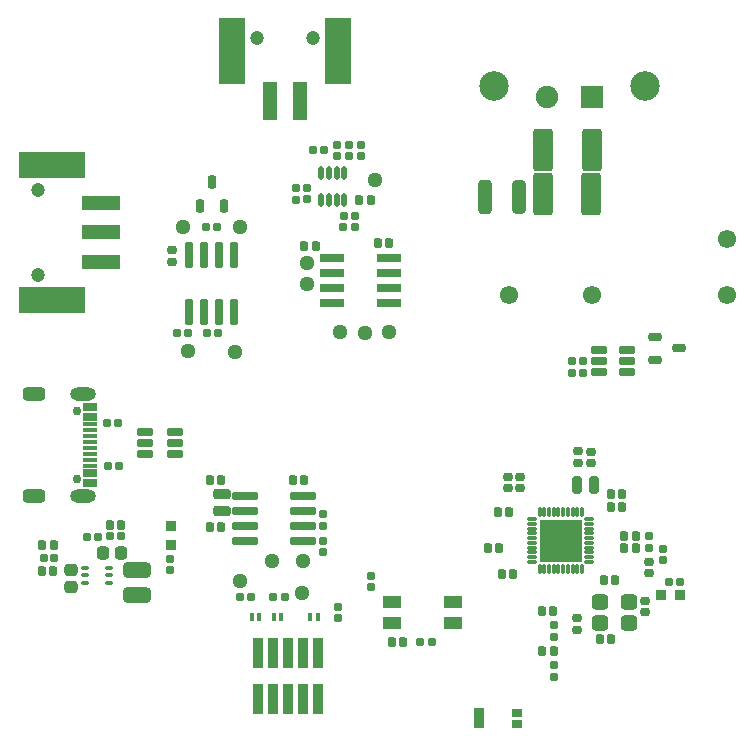
<source format=gbr>
%TF.GenerationSoftware,Altium Limited,Altium Designer,24.4.1 (13)*%
G04 Layer_Color=8388736*
%FSLAX45Y45*%
%MOMM*%
%TF.SameCoordinates,EFC9E65E-F59A-4C70-970D-A36E2AA460D7*%
%TF.FilePolarity,Negative*%
%TF.FileFunction,Soldermask,Top*%
%TF.Part,Single*%
G01*
G75*
%TA.AperFunction,ComponentPad*%
%ADD74C,1.54940*%
%TA.AperFunction,SMDPad,CuDef*%
G04:AMPARAMS|DCode=89|XSize=0.6616mm|YSize=0.4216mm|CornerRadius=0.1308mm|HoleSize=0mm|Usage=FLASHONLY|Rotation=180.000|XOffset=0mm|YOffset=0mm|HoleType=Round|Shape=RoundedRectangle|*
%AMROUNDEDRECTD89*
21,1,0.66160,0.16000,0,0,180.0*
21,1,0.40000,0.42160,0,0,180.0*
1,1,0.26160,-0.20000,0.08000*
1,1,0.26160,0.20000,0.08000*
1,1,0.26160,0.20000,-0.08000*
1,1,0.26160,-0.20000,-0.08000*
%
%ADD89ROUNDEDRECTD89*%
%ADD90R,0.90160X0.90160*%
%ADD91R,0.90160X0.90160*%
%ADD92R,3.60160X3.60160*%
%ADD93O,0.95160X0.30160*%
%ADD94O,0.30160X0.95160*%
G04:AMPARAMS|DCode=95|XSize=0.6816mm|YSize=0.6816mm|CornerRadius=0.2016mm|HoleSize=0mm|Usage=FLASHONLY|Rotation=0.000|XOffset=0mm|YOffset=0mm|HoleType=Round|Shape=RoundedRectangle|*
%AMROUNDEDRECTD95*
21,1,0.68160,0.27840,0,0,0.0*
21,1,0.27840,0.68160,0,0,0.0*
1,1,0.40320,0.13920,-0.13920*
1,1,0.40320,-0.13920,-0.13920*
1,1,0.40320,-0.13920,0.13920*
1,1,0.40320,0.13920,0.13920*
%
%ADD95ROUNDEDRECTD95*%
G04:AMPARAMS|DCode=96|XSize=1.3116mm|YSize=0.6916mm|CornerRadius=0.12455mm|HoleSize=0mm|Usage=FLASHONLY|Rotation=0.000|XOffset=0mm|YOffset=0mm|HoleType=Round|Shape=RoundedRectangle|*
%AMROUNDEDRECTD96*
21,1,1.31160,0.44250,0,0,0.0*
21,1,1.06250,0.69160,0,0,0.0*
1,1,0.24910,0.53125,-0.22125*
1,1,0.24910,-0.53125,-0.22125*
1,1,0.24910,-0.53125,0.22125*
1,1,0.24910,0.53125,0.22125*
%
%ADD96ROUNDEDRECTD96*%
%TA.AperFunction,ConnectorPad*%
%ADD97R,3.30160X1.30160*%
%ADD98R,5.70160X2.30160*%
%ADD99R,2.30000X5.70000*%
%ADD100R,1.30000X3.30000*%
%TA.AperFunction,SMDPad,CuDef*%
G04:AMPARAMS|DCode=101|XSize=0.8516mm|YSize=1.5016mm|CornerRadius=0.2383mm|HoleSize=0mm|Usage=FLASHONLY|Rotation=180.000|XOffset=0mm|YOffset=0mm|HoleType=Round|Shape=RoundedRectangle|*
%AMROUNDEDRECTD101*
21,1,0.85160,1.02500,0,0,180.0*
21,1,0.37500,1.50160,0,0,180.0*
1,1,0.47660,-0.18750,0.51250*
1,1,0.47660,0.18750,0.51250*
1,1,0.47660,0.18750,-0.51250*
1,1,0.47660,-0.18750,-0.51250*
%
%ADD101ROUNDEDRECTD101*%
G04:AMPARAMS|DCode=102|XSize=0.8516mm|YSize=1.5016mm|CornerRadius=0.2383mm|HoleSize=0mm|Usage=FLASHONLY|Rotation=90.000|XOffset=0mm|YOffset=0mm|HoleType=Round|Shape=RoundedRectangle|*
%AMROUNDEDRECTD102*
21,1,0.85160,1.02500,0,0,90.0*
21,1,0.37500,1.50160,0,0,90.0*
1,1,0.47660,0.51250,0.18750*
1,1,0.47660,0.51250,-0.18750*
1,1,0.47660,-0.51250,-0.18750*
1,1,0.47660,-0.51250,0.18750*
%
%ADD102ROUNDEDRECTD102*%
%TA.AperFunction,ConnectorPad*%
%ADD103R,1.25160X0.70160*%
%ADD104R,1.25160X0.40160*%
%TA.AperFunction,SMDPad,CuDef*%
%ADD105R,0.45160X0.70160*%
G04:AMPARAMS|DCode=106|XSize=1.1516mm|YSize=2.8716mm|CornerRadius=0.3028mm|HoleSize=0mm|Usage=FLASHONLY|Rotation=0.000|XOffset=0mm|YOffset=0mm|HoleType=Round|Shape=RoundedRectangle|*
%AMROUNDEDRECTD106*
21,1,1.15160,2.26600,0,0,0.0*
21,1,0.54600,2.87160,0,0,0.0*
1,1,0.60560,0.27300,-1.13300*
1,1,0.60560,-0.27300,-1.13300*
1,1,0.60560,-0.27300,1.13300*
1,1,0.60560,0.27300,1.13300*
%
%ADD106ROUNDEDRECTD106*%
G04:AMPARAMS|DCode=107|XSize=1.1716mm|YSize=2.8716mm|CornerRadius=0.30225mm|HoleSize=0mm|Usage=FLASHONLY|Rotation=180.000|XOffset=0mm|YOffset=0mm|HoleType=Round|Shape=RoundedRectangle|*
%AMROUNDEDRECTD107*
21,1,1.17160,2.26710,0,0,180.0*
21,1,0.56710,2.87160,0,0,180.0*
1,1,0.60450,-0.28355,1.13355*
1,1,0.60450,0.28355,1.13355*
1,1,0.60450,0.28355,-1.13355*
1,1,0.60450,-0.28355,-1.13355*
%
%ADD107ROUNDEDRECTD107*%
G04:AMPARAMS|DCode=108|XSize=0.6816mm|YSize=0.6816mm|CornerRadius=0.1813mm|HoleSize=0mm|Usage=FLASHONLY|Rotation=180.000|XOffset=0mm|YOffset=0mm|HoleType=Round|Shape=RoundedRectangle|*
%AMROUNDEDRECTD108*
21,1,0.68160,0.31900,0,0,180.0*
21,1,0.31900,0.68160,0,0,180.0*
1,1,0.36260,-0.15950,0.15950*
1,1,0.36260,0.15950,0.15950*
1,1,0.36260,0.15950,-0.15950*
1,1,0.36260,-0.15950,-0.15950*
%
%ADD108ROUNDEDRECTD108*%
G04:AMPARAMS|DCode=109|XSize=0.6816mm|YSize=0.6816mm|CornerRadius=0.2016mm|HoleSize=0mm|Usage=FLASHONLY|Rotation=270.000|XOffset=0mm|YOffset=0mm|HoleType=Round|Shape=RoundedRectangle|*
%AMROUNDEDRECTD109*
21,1,0.68160,0.27840,0,0,270.0*
21,1,0.27840,0.68160,0,0,270.0*
1,1,0.40320,-0.13920,-0.13920*
1,1,0.40320,-0.13920,0.13920*
1,1,0.40320,0.13920,0.13920*
1,1,0.40320,0.13920,-0.13920*
%
%ADD109ROUNDEDRECTD109*%
G04:AMPARAMS|DCode=110|XSize=0.6816mm|YSize=0.6816mm|CornerRadius=0.1813mm|HoleSize=0mm|Usage=FLASHONLY|Rotation=90.000|XOffset=0mm|YOffset=0mm|HoleType=Round|Shape=RoundedRectangle|*
%AMROUNDEDRECTD110*
21,1,0.68160,0.31900,0,0,90.0*
21,1,0.31900,0.68160,0,0,90.0*
1,1,0.36260,0.15950,0.15950*
1,1,0.36260,0.15950,-0.15950*
1,1,0.36260,-0.15950,-0.15950*
1,1,0.36260,-0.15950,0.15950*
%
%ADD110ROUNDEDRECTD110*%
G04:AMPARAMS|DCode=111|XSize=1.2916mm|YSize=2.3216mm|CornerRadius=0.3007mm|HoleSize=0mm|Usage=FLASHONLY|Rotation=270.000|XOffset=0mm|YOffset=0mm|HoleType=Round|Shape=RoundedRectangle|*
%AMROUNDEDRECTD111*
21,1,1.29160,1.72020,0,0,270.0*
21,1,0.69020,2.32160,0,0,270.0*
1,1,0.60140,-0.86010,-0.34510*
1,1,0.60140,-0.86010,0.34510*
1,1,0.60140,0.86010,0.34510*
1,1,0.60140,0.86010,-0.34510*
%
%ADD111ROUNDEDRECTD111*%
G04:AMPARAMS|DCode=112|XSize=1.7216mm|YSize=3.6116mm|CornerRadius=0.3019mm|HoleSize=0mm|Usage=FLASHONLY|Rotation=0.000|XOffset=0mm|YOffset=0mm|HoleType=Round|Shape=RoundedRectangle|*
%AMROUNDEDRECTD112*
21,1,1.72160,3.00780,0,0,0.0*
21,1,1.11780,3.61160,0,0,0.0*
1,1,0.60380,0.55890,-1.50390*
1,1,0.60380,-0.55890,-1.50390*
1,1,0.60380,-0.55890,1.50390*
1,1,0.60380,0.55890,1.50390*
%
%ADD112ROUNDEDRECTD112*%
G04:AMPARAMS|DCode=113|XSize=1.0516mm|YSize=1.1216mm|CornerRadius=0.29305mm|HoleSize=0mm|Usage=FLASHONLY|Rotation=90.000|XOffset=0mm|YOffset=0mm|HoleType=Round|Shape=RoundedRectangle|*
%AMROUNDEDRECTD113*
21,1,1.05160,0.53550,0,0,90.0*
21,1,0.46550,1.12160,0,0,90.0*
1,1,0.58610,0.26775,0.23275*
1,1,0.58610,0.26775,-0.23275*
1,1,0.58610,-0.26775,-0.23275*
1,1,0.58610,-0.26775,0.23275*
%
%ADD113ROUNDEDRECTD113*%
G04:AMPARAMS|DCode=114|XSize=1.0516mm|YSize=1.1216mm|CornerRadius=0.29305mm|HoleSize=0mm|Usage=FLASHONLY|Rotation=0.000|XOffset=0mm|YOffset=0mm|HoleType=Round|Shape=RoundedRectangle|*
%AMROUNDEDRECTD114*
21,1,1.05160,0.53550,0,0,0.0*
21,1,0.46550,1.12160,0,0,0.0*
1,1,0.58610,0.23275,-0.26775*
1,1,0.58610,-0.23275,-0.26775*
1,1,0.58610,-0.23275,0.26775*
1,1,0.58610,0.23275,0.26775*
%
%ADD114ROUNDEDRECTD114*%
G04:AMPARAMS|DCode=115|XSize=0.7616mm|YSize=0.8016mm|CornerRadius=0.2224mm|HoleSize=0mm|Usage=FLASHONLY|Rotation=270.000|XOffset=0mm|YOffset=0mm|HoleType=Round|Shape=RoundedRectangle|*
%AMROUNDEDRECTD115*
21,1,0.76160,0.35680,0,0,270.0*
21,1,0.31680,0.80160,0,0,270.0*
1,1,0.44480,-0.17840,-0.15840*
1,1,0.44480,-0.17840,0.15840*
1,1,0.44480,0.17840,0.15840*
1,1,0.44480,0.17840,-0.15840*
%
%ADD115ROUNDEDRECTD115*%
G04:AMPARAMS|DCode=116|XSize=0.7616mm|YSize=0.8016mm|CornerRadius=0.2224mm|HoleSize=0mm|Usage=FLASHONLY|Rotation=0.000|XOffset=0mm|YOffset=0mm|HoleType=Round|Shape=RoundedRectangle|*
%AMROUNDEDRECTD116*
21,1,0.76160,0.35680,0,0,0.0*
21,1,0.31680,0.80160,0,0,0.0*
1,1,0.44480,0.15840,-0.17840*
1,1,0.44480,-0.15840,-0.17840*
1,1,0.44480,-0.15840,0.17840*
1,1,0.44480,0.15840,0.17840*
%
%ADD116ROUNDEDRECTD116*%
G04:AMPARAMS|DCode=117|XSize=1.1016mm|YSize=1.1016mm|CornerRadius=0.3008mm|HoleSize=0mm|Usage=FLASHONLY|Rotation=270.000|XOffset=0mm|YOffset=0mm|HoleType=Round|Shape=RoundedRectangle|*
%AMROUNDEDRECTD117*
21,1,1.10160,0.50000,0,0,270.0*
21,1,0.50000,1.10160,0,0,270.0*
1,1,0.60160,-0.25000,-0.25000*
1,1,0.60160,-0.25000,0.25000*
1,1,0.60160,0.25000,0.25000*
1,1,0.60160,0.25000,-0.25000*
%
%ADD117ROUNDEDRECTD117*%
G04:AMPARAMS|DCode=118|XSize=1.1016mm|YSize=1.1016mm|CornerRadius=0.3008mm|HoleSize=0mm|Usage=FLASHONLY|Rotation=0.000|XOffset=0mm|YOffset=0mm|HoleType=Round|Shape=RoundedRectangle|*
%AMROUNDEDRECTD118*
21,1,1.10160,0.50000,0,0,0.0*
21,1,0.50000,1.10160,0,0,0.0*
1,1,0.60160,0.25000,-0.25000*
1,1,0.60160,-0.25000,-0.25000*
1,1,0.60160,-0.25000,0.25000*
1,1,0.60160,0.25000,0.25000*
%
%ADD118ROUNDEDRECTD118*%
G04:AMPARAMS|DCode=119|XSize=1.2916mm|YSize=1.3916mm|CornerRadius=0.3007mm|HoleSize=0mm|Usage=FLASHONLY|Rotation=270.000|XOffset=0mm|YOffset=0mm|HoleType=Round|Shape=RoundedRectangle|*
%AMROUNDEDRECTD119*
21,1,1.29160,0.79020,0,0,270.0*
21,1,0.69020,1.39160,0,0,270.0*
1,1,0.60140,-0.39510,-0.34510*
1,1,0.60140,-0.39510,0.34510*
1,1,0.60140,0.39510,0.34510*
1,1,0.60140,0.39510,-0.34510*
%
%ADD119ROUNDEDRECTD119*%
%ADD120R,0.86160X2.50160*%
G04:AMPARAMS|DCode=121|XSize=1.1216mm|YSize=0.5616mm|CornerRadius=0.1704mm|HoleSize=0mm|Usage=FLASHONLY|Rotation=270.000|XOffset=0mm|YOffset=0mm|HoleType=Round|Shape=RoundedRectangle|*
%AMROUNDEDRECTD121*
21,1,1.12160,0.22080,0,0,270.0*
21,1,0.78080,0.56160,0,0,270.0*
1,1,0.34080,-0.11040,-0.39040*
1,1,0.34080,-0.11040,0.39040*
1,1,0.34080,0.11040,0.39040*
1,1,0.34080,0.11040,-0.39040*
%
%ADD121ROUNDEDRECTD121*%
G04:AMPARAMS|DCode=122|XSize=1.1316mm|YSize=0.7016mm|CornerRadius=0.2008mm|HoleSize=0mm|Usage=FLASHONLY|Rotation=270.000|XOffset=0mm|YOffset=0mm|HoleType=Round|Shape=RoundedRectangle|*
%AMROUNDEDRECTD122*
21,1,1.13160,0.30000,0,0,270.0*
21,1,0.73000,0.70160,0,0,270.0*
1,1,0.40160,-0.15000,-0.36500*
1,1,0.40160,-0.15000,0.36500*
1,1,0.40160,0.15000,0.36500*
1,1,0.40160,0.15000,-0.36500*
%
%ADD122ROUNDEDRECTD122*%
G04:AMPARAMS|DCode=123|XSize=1.1316mm|YSize=0.7016mm|CornerRadius=0.2008mm|HoleSize=0mm|Usage=FLASHONLY|Rotation=180.000|XOffset=0mm|YOffset=0mm|HoleType=Round|Shape=RoundedRectangle|*
%AMROUNDEDRECTD123*
21,1,1.13160,0.30000,0,0,180.0*
21,1,0.73000,0.70160,0,0,180.0*
1,1,0.40160,-0.36500,0.15000*
1,1,0.40160,0.36500,0.15000*
1,1,0.40160,0.36500,-0.15000*
1,1,0.40160,-0.36500,-0.15000*
%
%ADD123ROUNDEDRECTD123*%
G04:AMPARAMS|DCode=124|XSize=1.3916mm|YSize=0.6916mm|CornerRadius=0.20125mm|HoleSize=0mm|Usage=FLASHONLY|Rotation=0.000|XOffset=0mm|YOffset=0mm|HoleType=Round|Shape=RoundedRectangle|*
%AMROUNDEDRECTD124*
21,1,1.39160,0.28910,0,0,0.0*
21,1,0.98910,0.69160,0,0,0.0*
1,1,0.40250,0.49455,-0.14455*
1,1,0.40250,-0.49455,-0.14455*
1,1,0.40250,-0.49455,0.14455*
1,1,0.40250,0.49455,0.14455*
%
%ADD124ROUNDEDRECTD124*%
%ADD125R,1.55160X1.10160*%
G04:AMPARAMS|DCode=126|XSize=2.1716mm|YSize=0.7316mm|CornerRadius=0.21145mm|HoleSize=0mm|Usage=FLASHONLY|Rotation=180.000|XOffset=0mm|YOffset=0mm|HoleType=Round|Shape=RoundedRectangle|*
%AMROUNDEDRECTD126*
21,1,2.17160,0.30870,0,0,180.0*
21,1,1.74870,0.73160,0,0,180.0*
1,1,0.42290,-0.87435,0.15435*
1,1,0.42290,0.87435,0.15435*
1,1,0.42290,0.87435,-0.15435*
1,1,0.42290,-0.87435,-0.15435*
%
%ADD126ROUNDEDRECTD126*%
G04:AMPARAMS|DCode=127|XSize=2.1716mm|YSize=0.7316mm|CornerRadius=0.21145mm|HoleSize=0mm|Usage=FLASHONLY|Rotation=270.000|XOffset=0mm|YOffset=0mm|HoleType=Round|Shape=RoundedRectangle|*
%AMROUNDEDRECTD127*
21,1,2.17160,0.30870,0,0,270.0*
21,1,1.74870,0.73160,0,0,270.0*
1,1,0.42290,-0.15435,-0.87435*
1,1,0.42290,-0.15435,0.87435*
1,1,0.42290,0.15435,0.87435*
1,1,0.42290,0.15435,-0.87435*
%
%ADD127ROUNDEDRECTD127*%
G04:AMPARAMS|DCode=128|XSize=2.1116mm|YSize=0.7616mm|CornerRadius=0.2224mm|HoleSize=0mm|Usage=FLASHONLY|Rotation=180.000|XOffset=0mm|YOffset=0mm|HoleType=Round|Shape=RoundedRectangle|*
%AMROUNDEDRECTD128*
21,1,2.11160,0.31680,0,0,180.0*
21,1,1.66680,0.76160,0,0,180.0*
1,1,0.44480,-0.83340,0.15840*
1,1,0.44480,0.83340,0.15840*
1,1,0.44480,0.83340,-0.15840*
1,1,0.44480,-0.83340,-0.15840*
%
%ADD128ROUNDEDRECTD128*%
%TA.AperFunction,ConnectorPad*%
%ADD129R,0.90160X1.70160*%
%ADD130R,0.90160X0.75160*%
%TA.AperFunction,ComponentPad*%
%ADD131C,2.50160*%
%ADD132R,1.90160X1.90160*%
%ADD133C,1.90160*%
%ADD134C,1.20160*%
G04:AMPARAMS|DCode=135|XSize=1.9016mm|YSize=1.1016mm|CornerRadius=0.3008mm|HoleSize=0mm|Usage=FLASHONLY|Rotation=0.000|XOffset=0mm|YOffset=0mm|HoleType=Round|Shape=RoundedRectangle|*
%AMROUNDEDRECTD135*
21,1,1.90160,0.50000,0,0,0.0*
21,1,1.30000,1.10160,0,0,0.0*
1,1,0.60160,0.65000,-0.25000*
1,1,0.60160,-0.65000,-0.25000*
1,1,0.60160,-0.65000,0.25000*
1,1,0.60160,0.65000,0.25000*
%
%ADD135ROUNDEDRECTD135*%
%ADD136O,2.20160X1.10160*%
%ADD137C,0.75160*%
%TA.AperFunction,WasherPad*%
%ADD138C,0.10160*%
D74*
X8709144Y8320410D02*
D03*
Y7850510D02*
D03*
X7558524D02*
D03*
X6857484D02*
D03*
D89*
X3272980Y5412140D02*
D03*
Y5477140D02*
D03*
Y5542140D02*
D03*
X3468980D02*
D03*
Y5477140D02*
D03*
Y5412140D02*
D03*
D90*
X8310000Y5310000D02*
D03*
X8150000D02*
D03*
D91*
X3995000Y5735000D02*
D03*
Y5895000D02*
D03*
D92*
X7298497Y5771382D02*
D03*
D93*
X7538497Y5951382D02*
D03*
Y5911382D02*
D03*
Y5871382D02*
D03*
Y5831382D02*
D03*
Y5791382D02*
D03*
Y5751382D02*
D03*
Y5711382D02*
D03*
Y5671382D02*
D03*
Y5631382D02*
D03*
Y5591382D02*
D03*
X7058497D02*
D03*
Y5631382D02*
D03*
Y5671382D02*
D03*
Y5711382D02*
D03*
Y5751382D02*
D03*
Y5791382D02*
D03*
Y5831382D02*
D03*
Y5871382D02*
D03*
Y5911382D02*
D03*
Y5951382D02*
D03*
D94*
X7478497Y5531382D02*
D03*
X7438497D02*
D03*
X7398497D02*
D03*
X7358497D02*
D03*
X7318497D02*
D03*
X7278497D02*
D03*
X7238497D02*
D03*
X7198497D02*
D03*
X7158497D02*
D03*
X7118497D02*
D03*
Y6011382D02*
D03*
X7158497D02*
D03*
X7198497D02*
D03*
X7238497D02*
D03*
X7278497D02*
D03*
X7318497D02*
D03*
X7358497D02*
D03*
X7398497D02*
D03*
X7438497D02*
D03*
X7478497D02*
D03*
D95*
X3011000Y5625000D02*
D03*
X2919000D02*
D03*
X7484999Y7287500D02*
D03*
Y7190000D02*
D03*
X5605000Y9120000D02*
D03*
X5605000Y9025000D02*
D03*
X5457500Y8427500D02*
D03*
X5555000Y8517500D02*
D03*
X5292500Y9075000D02*
D03*
X4050000Y7527500D02*
D03*
X4582500Y5295000D02*
D03*
X4387500Y8430000D02*
D03*
X4960001Y5294999D02*
D03*
X6107679Y4913580D02*
D03*
X4400000Y7527500D02*
D03*
X3576940Y5806060D02*
D03*
X3382500Y5805000D02*
D03*
X3457500Y6762500D02*
D03*
X3465800Y6400000D02*
D03*
X8307500Y5420000D02*
D03*
D96*
X3777500Y6692500D02*
D03*
Y6597500D02*
D03*
Y6502500D02*
D03*
X4028500D02*
D03*
Y6597500D02*
D03*
Y6692500D02*
D03*
D97*
X3407500Y8130000D02*
D03*
Y8380000D02*
D03*
Y8630000D02*
D03*
D98*
X2987500Y7805000D02*
D03*
Y8955000D02*
D03*
D99*
X5412500Y9915000D02*
D03*
X4512500D02*
D03*
D100*
X5087500Y9495000D02*
D03*
X4837500D02*
D03*
D101*
X7434536Y6245482D02*
D03*
X7579537D02*
D03*
D102*
X4428040Y6169661D02*
D03*
Y6024660D02*
D03*
D103*
X3310000Y6900500D02*
D03*
Y6260500D02*
D03*
Y6820500D02*
D03*
Y6340500D02*
D03*
D104*
Y6555500D02*
D03*
Y6605500D02*
D03*
Y6505500D02*
D03*
Y6455500D02*
D03*
Y6405500D02*
D03*
Y6655500D02*
D03*
Y6705500D02*
D03*
Y6755500D02*
D03*
D105*
X5242500Y5120000D02*
D03*
X5177500D02*
D03*
X4867500Y5122500D02*
D03*
X4932500D02*
D03*
X4680000Y5127500D02*
D03*
X4745000D02*
D03*
D106*
X6941500Y8677500D02*
D03*
D107*
X6654500D02*
D03*
D108*
X7388999Y7287500D02*
D03*
Y7190000D02*
D03*
X5509000Y9120000D02*
D03*
X5509001Y9025000D02*
D03*
X5553500Y8427500D02*
D03*
X5459000Y8517500D02*
D03*
X5196500Y9075000D02*
D03*
X4146000Y7527500D02*
D03*
X4678500Y5295000D02*
D03*
X4291500Y8430000D02*
D03*
X4864001Y5294999D02*
D03*
X6203679Y4913580D02*
D03*
X4304000Y7527500D02*
D03*
X3480940Y5806060D02*
D03*
X3286500Y5805000D02*
D03*
X3553500Y6762500D02*
D03*
X3561800Y6400000D02*
D03*
X8211500Y5420000D02*
D03*
D109*
X5400000Y9025000D02*
D03*
X5147221Y8755179D02*
D03*
X5055781Y8657719D02*
D03*
X5695000Y5475000D02*
D03*
X5285000Y5770000D02*
D03*
Y5897500D02*
D03*
X5410000Y5210000D02*
D03*
X3992500Y5615000D02*
D03*
X8165000Y5607500D02*
D03*
X8045116Y5711262D02*
D03*
X7237500Y4957500D02*
D03*
X7240000Y4620000D02*
D03*
D110*
X5400000Y9121000D02*
D03*
X5147221Y8659179D02*
D03*
X5055781Y8753719D02*
D03*
X5695000Y5379000D02*
D03*
X5285000Y5674000D02*
D03*
Y5993500D02*
D03*
X5410000Y5114000D02*
D03*
X3992500Y5519000D02*
D03*
X8165000Y5703500D02*
D03*
X8045116Y5807262D02*
D03*
X7237500Y5053500D02*
D03*
X7240000Y4716000D02*
D03*
D111*
X3712500Y5308500D02*
D03*
Y5521500D02*
D03*
D112*
X7558281Y8701341D02*
D03*
X7150280D02*
D03*
X7559000Y9080000D02*
D03*
X7151000D02*
D03*
D113*
X3152500Y5521200D02*
D03*
Y5374200D02*
D03*
D114*
X3571200Y5667500D02*
D03*
X3424200D02*
D03*
D115*
X8007500Y5162500D02*
D03*
Y5257500D02*
D03*
X7555222Y6428043D02*
D03*
Y6523043D02*
D03*
X7446002Y6430583D02*
D03*
Y6525583D02*
D03*
X7435000Y5017500D02*
D03*
Y5112500D02*
D03*
X8045000Y5495000D02*
D03*
Y5590000D02*
D03*
X6956657Y6212182D02*
D03*
Y6307182D02*
D03*
X6852517Y6212942D02*
D03*
Y6307942D02*
D03*
X4005000Y8227500D02*
D03*
Y8132500D02*
D03*
D116*
X7932597Y5710462D02*
D03*
X7837596D02*
D03*
X7932597Y5812062D02*
D03*
X7837596D02*
D03*
X7722523Y4934944D02*
D03*
X7627522D02*
D03*
X7725057Y6057522D02*
D03*
X7820057D02*
D03*
X7660000Y5440000D02*
D03*
X7755000D02*
D03*
X7725497Y6163262D02*
D03*
X7820497D02*
D03*
X7235000Y5177500D02*
D03*
X7140000D02*
D03*
X7237500Y4837500D02*
D03*
X7142500D02*
D03*
X6897500Y5485000D02*
D03*
X6802500D02*
D03*
X5127500Y8265000D02*
D03*
X5222500D02*
D03*
X5592500Y8657500D02*
D03*
X5687500D02*
D03*
X5845000Y8290000D02*
D03*
X5750000D02*
D03*
X6857500Y6012500D02*
D03*
X6762500D02*
D03*
X6775000Y5712500D02*
D03*
X6680000D02*
D03*
X5125780Y6285120D02*
D03*
X5030780D02*
D03*
X4425000Y6287500D02*
D03*
X4330000D02*
D03*
X4422500Y5887500D02*
D03*
X4327500D02*
D03*
X5866339Y4913580D02*
D03*
X5961339D02*
D03*
X2909880Y5730160D02*
D03*
X3004880D02*
D03*
X2999800Y5516800D02*
D03*
X2904800D02*
D03*
X3577500Y5905000D02*
D03*
X3482500D02*
D03*
D117*
X5722500Y8825000D02*
D03*
X4585000Y5425000D02*
D03*
X5105000Y5330000D02*
D03*
D118*
X5147500Y8120000D02*
D03*
X5430000Y7537500D02*
D03*
X5150000Y7947500D02*
D03*
X5637500Y7532500D02*
D03*
X5842500Y7535000D02*
D03*
X4145000Y7372500D02*
D03*
X4102500Y8430000D02*
D03*
X4852500Y5600000D02*
D03*
X5112500D02*
D03*
X4540000Y7365000D02*
D03*
X4580000Y8425000D02*
D03*
D119*
X7630222Y5072544D02*
D03*
X7872223D02*
D03*
Y5254544D02*
D03*
X7630222D02*
D03*
D120*
X4991000Y4822500D02*
D03*
Y4432500D02*
D03*
X5118000Y4822500D02*
D03*
X5245000D02*
D03*
X5118000Y4432500D02*
D03*
X5245000D02*
D03*
X4864000Y4822500D02*
D03*
X4737000D02*
D03*
Y4432500D02*
D03*
X4864000D02*
D03*
D121*
X5464880Y8658320D02*
D03*
X5399880D02*
D03*
X5334880D02*
D03*
X5269880D02*
D03*
Y8883320D02*
D03*
X5334880D02*
D03*
X5399880D02*
D03*
X5464880D02*
D03*
D122*
X4247500Y8607500D02*
D03*
X4447500D02*
D03*
X4347500Y8807500D02*
D03*
D123*
X8100000Y7497500D02*
D03*
Y7297500D02*
D03*
X8300000Y7397500D02*
D03*
D124*
X7856839Y7385240D02*
D03*
Y7290240D02*
D03*
Y7195240D02*
D03*
X7625839D02*
D03*
Y7290240D02*
D03*
Y7385240D02*
D03*
D125*
X6382159Y5247501D02*
D03*
Y5077500D02*
D03*
X5867159Y5247501D02*
D03*
Y5077500D02*
D03*
D126*
X4627500Y6150500D02*
D03*
Y6023500D02*
D03*
Y5896500D02*
D03*
Y5769500D02*
D03*
X5112500D02*
D03*
Y5896500D02*
D03*
Y6023500D02*
D03*
Y6150500D02*
D03*
D127*
X4147000Y7702500D02*
D03*
X4274000D02*
D03*
X4401000D02*
D03*
X4528000D02*
D03*
Y8187500D02*
D03*
X4401000D02*
D03*
X4274000D02*
D03*
X4147000D02*
D03*
D128*
X5360500Y8160000D02*
D03*
Y8033000D02*
D03*
Y7906000D02*
D03*
Y7779000D02*
D03*
X5842500D02*
D03*
Y7906000D02*
D03*
Y8033000D02*
D03*
Y8160000D02*
D03*
D129*
X6607500Y4267500D02*
D03*
D130*
X6927500Y4315000D02*
D03*
Y4220000D02*
D03*
D131*
X6729000Y9617500D02*
D03*
X8010000D02*
D03*
D132*
X7560000Y9527500D02*
D03*
D133*
X7179000D02*
D03*
D134*
X2872500Y8020000D02*
D03*
Y8740000D02*
D03*
X5197500Y10030000D02*
D03*
X4727500D02*
D03*
D135*
X2834500Y7012500D02*
D03*
Y6148500D02*
D03*
D136*
X3252500Y7012500D02*
D03*
Y6148500D02*
D03*
D137*
X3202500Y6291500D02*
D03*
Y6869500D02*
D03*
D138*
X8730000Y9952500D02*
D03*
Y4535000D02*
D03*
X2942500D02*
D03*
Y9952500D02*
D03*
%TF.MD5,f27c94753846ea2b66f5d68497b762f5*%
M02*

</source>
